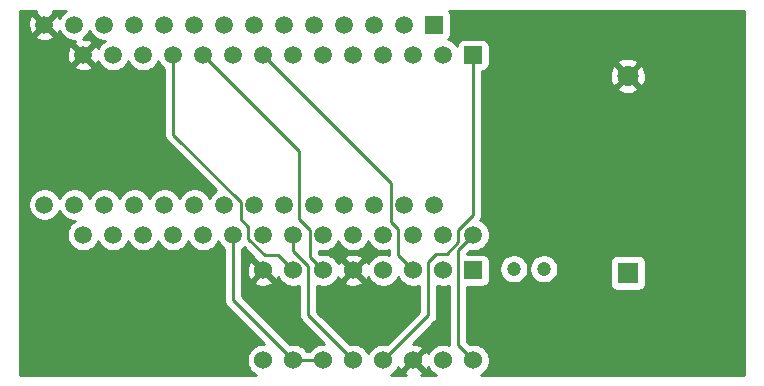
<source format=gbr>
G04 #@! TF.GenerationSoftware,KiCad,Pcbnew,(5.1.5-0-10_14)*
G04 #@! TF.CreationDate,2020-05-18T10:40:38+10:00*
G04 #@! TF.ProjectId,SmartWatch+,536d6172-7457-4617-9463-682b2e6b6963,rev?*
G04 #@! TF.SameCoordinates,Original*
G04 #@! TF.FileFunction,Copper,L2,Bot*
G04 #@! TF.FilePolarity,Positive*
%FSLAX46Y46*%
G04 Gerber Fmt 4.6, Leading zero omitted, Abs format (unit mm)*
G04 Created by KiCad (PCBNEW (5.1.5-0-10_14)) date 2020-05-18 10:40:38*
%MOMM*%
%LPD*%
G04 APERTURE LIST*
%ADD10C,1.200000*%
%ADD11R,1.500000X1.500000*%
%ADD12C,1.500000*%
%ADD13C,1.800000*%
%ADD14R,1.800000X1.800000*%
%ADD15R,1.524000X1.524000*%
%ADD16C,1.524000*%
%ADD17C,0.250000*%
%ADD18C,0.254000*%
G04 APERTURE END LIST*
D10*
X63119000Y-43053000D03*
X65659000Y-43053000D03*
D11*
X59677300Y-24942800D03*
D12*
X57137300Y-24942800D03*
X54597300Y-24942800D03*
X52057300Y-24942800D03*
X49517300Y-24942800D03*
X46977300Y-24942800D03*
X44437300Y-24942800D03*
X41897300Y-24942800D03*
X39357300Y-24942800D03*
X36817300Y-24942800D03*
X34277300Y-24942800D03*
X31737300Y-24942800D03*
X29197300Y-24942800D03*
X26657300Y-24942800D03*
X26657300Y-40182800D03*
X29197300Y-40182800D03*
X31737300Y-40182800D03*
X34277300Y-40182800D03*
X36817300Y-40182800D03*
X39357300Y-40182800D03*
X41897300Y-40182800D03*
X44437300Y-40182800D03*
X46977300Y-40182800D03*
X49517300Y-40182800D03*
X52057300Y-40182800D03*
X54597300Y-40182800D03*
X57137300Y-40182800D03*
X59677300Y-40182800D03*
D13*
X72771000Y-26722000D03*
D14*
X72771000Y-43382000D03*
D11*
X56400700Y-22377400D03*
D12*
X53860700Y-22377400D03*
X51320700Y-22377400D03*
X48780700Y-22377400D03*
X46240700Y-22377400D03*
X43700700Y-22377400D03*
X41160700Y-22377400D03*
X38620700Y-22377400D03*
X36080700Y-22377400D03*
X33540700Y-22377400D03*
X31000700Y-22377400D03*
X28460700Y-22377400D03*
X25920700Y-22377400D03*
X23380700Y-22377400D03*
X23380700Y-37617400D03*
X25920700Y-37617400D03*
X28460700Y-37617400D03*
X31000700Y-37617400D03*
X33540700Y-37617400D03*
X36080700Y-37617400D03*
X38620700Y-37617400D03*
X41160700Y-37617400D03*
X43700700Y-37617400D03*
X46240700Y-37617400D03*
X48780700Y-37617400D03*
X51320700Y-37617400D03*
X53860700Y-37617400D03*
X56400700Y-37617400D03*
D15*
X59690000Y-43180000D03*
D16*
X57150000Y-43180000D03*
X54610000Y-43180000D03*
X52070000Y-43180000D03*
X49530000Y-43180000D03*
X46990000Y-43180000D03*
X44450000Y-43180000D03*
X41910000Y-43180000D03*
X41910000Y-50800000D03*
X44450000Y-50800000D03*
X46990000Y-50800000D03*
X49530000Y-50800000D03*
X52070000Y-50800000D03*
X54610000Y-50800000D03*
X57150000Y-50800000D03*
X59690000Y-50800000D03*
D17*
X39357300Y-45707300D02*
X44450000Y-50800000D01*
X39357300Y-40182800D02*
X39357300Y-45707300D01*
X45912370Y-50800000D02*
X44450000Y-50800000D01*
X46990000Y-50800000D02*
X45912370Y-50800000D01*
X48768001Y-50038001D02*
X49530000Y-50800000D01*
X45720000Y-46990000D02*
X48768001Y-50038001D01*
X45720000Y-42841238D02*
X45720000Y-46990000D01*
X44437300Y-41558538D02*
X45720000Y-42841238D01*
X44437300Y-40182800D02*
X44437300Y-41558538D01*
X58420000Y-49530000D02*
X58928001Y-50038001D01*
X58928001Y-50038001D02*
X59690000Y-50800000D01*
X58420000Y-41440100D02*
X58420000Y-49530000D01*
X59677300Y-40182800D02*
X58420000Y-41440100D01*
X43688001Y-42418001D02*
X44450000Y-43180000D01*
X43180000Y-41910000D02*
X43688001Y-42418001D01*
X42033498Y-41910000D02*
X43180000Y-41910000D01*
X40640000Y-40516502D02*
X42033498Y-41910000D01*
X40640000Y-39484500D02*
X40640000Y-40516502D01*
X34277300Y-31682998D02*
X40005000Y-37410698D01*
X40005000Y-38849500D02*
X40640000Y-39484500D01*
X40005000Y-37410698D02*
X40005000Y-38849500D01*
X34277300Y-24942800D02*
X34277300Y-31682998D01*
X45902299Y-39804548D02*
X45902299Y-42092299D01*
X45902299Y-42092299D02*
X46228001Y-42418001D01*
X46228001Y-42418001D02*
X46990000Y-43180000D01*
X44958000Y-33083500D02*
X44958000Y-38860249D01*
X44958000Y-38860249D02*
X45902299Y-39804548D01*
X36817300Y-24942800D02*
X44958000Y-33083500D01*
X53340000Y-41910000D02*
X53848001Y-42418001D01*
X53848001Y-42418001D02*
X54610000Y-43180000D01*
X53340000Y-39685749D02*
X53340000Y-41910000D01*
X52705000Y-35750500D02*
X52705000Y-39050749D01*
X52705000Y-39050749D02*
X53340000Y-39685749D01*
X41897300Y-24942800D02*
X52705000Y-35750500D01*
X55880000Y-42475240D02*
X55880000Y-46990000D01*
X57440690Y-41783000D02*
X56572240Y-41783000D01*
X58420000Y-40803690D02*
X57440690Y-41783000D01*
X52831999Y-50038001D02*
X52070000Y-50800000D01*
X58420000Y-39751000D02*
X58420000Y-40803690D01*
X56572240Y-41783000D02*
X55880000Y-42475240D01*
X59677300Y-38493700D02*
X58420000Y-39751000D01*
X55880000Y-46990000D02*
X52831999Y-50038001D01*
X59677300Y-24942800D02*
X59677300Y-38493700D01*
D18*
G36*
X22661071Y-21209850D02*
G01*
X22603312Y-21420407D01*
X23380700Y-22197795D01*
X24158088Y-21420407D01*
X24100649Y-21211016D01*
X25172084Y-21211885D01*
X25037814Y-21301601D01*
X24844901Y-21494514D01*
X24693329Y-21721357D01*
X24652189Y-21820679D01*
X24636977Y-21778568D01*
X24576560Y-21665537D01*
X24337693Y-21600012D01*
X23560305Y-22377400D01*
X24337693Y-23154788D01*
X24576560Y-23089263D01*
X24650864Y-22930923D01*
X24693329Y-23033443D01*
X24844901Y-23260286D01*
X25037814Y-23453199D01*
X25264657Y-23604771D01*
X25516711Y-23709175D01*
X25784289Y-23762400D01*
X25941196Y-23762400D01*
X25879912Y-23985807D01*
X26657300Y-24763195D01*
X27434688Y-23985807D01*
X27369163Y-23746940D01*
X27122184Y-23631040D01*
X26857340Y-23565550D01*
X26649761Y-23555982D01*
X26803586Y-23453199D01*
X26996499Y-23260286D01*
X27148071Y-23033443D01*
X27190700Y-22930527D01*
X27233329Y-23033443D01*
X27384901Y-23260286D01*
X27577814Y-23453199D01*
X27804657Y-23604771D01*
X28056711Y-23709175D01*
X28324289Y-23762400D01*
X28470960Y-23762400D01*
X28314414Y-23867001D01*
X28121501Y-24059914D01*
X27969929Y-24286757D01*
X27928789Y-24386079D01*
X27913577Y-24343968D01*
X27853160Y-24230937D01*
X27614293Y-24165412D01*
X26836905Y-24942800D01*
X27614293Y-25720188D01*
X27853160Y-25654663D01*
X27927464Y-25496323D01*
X27969929Y-25598843D01*
X28121501Y-25825686D01*
X28314414Y-26018599D01*
X28541257Y-26170171D01*
X28793311Y-26274575D01*
X29060889Y-26327800D01*
X29333711Y-26327800D01*
X29601289Y-26274575D01*
X29853343Y-26170171D01*
X30080186Y-26018599D01*
X30273099Y-25825686D01*
X30424671Y-25598843D01*
X30467300Y-25495927D01*
X30509929Y-25598843D01*
X30661501Y-25825686D01*
X30854414Y-26018599D01*
X31081257Y-26170171D01*
X31333311Y-26274575D01*
X31600889Y-26327800D01*
X31873711Y-26327800D01*
X32141289Y-26274575D01*
X32393343Y-26170171D01*
X32620186Y-26018599D01*
X32813099Y-25825686D01*
X32964671Y-25598843D01*
X33007300Y-25495927D01*
X33049929Y-25598843D01*
X33201501Y-25825686D01*
X33394414Y-26018599D01*
X33517300Y-26100709D01*
X33517301Y-31645666D01*
X33513624Y-31682998D01*
X33528298Y-31831983D01*
X33571754Y-31975244D01*
X33642326Y-32107274D01*
X33713501Y-32194000D01*
X33737300Y-32222999D01*
X33766298Y-32246797D01*
X37931610Y-36412110D01*
X37737814Y-36541601D01*
X37544901Y-36734514D01*
X37393329Y-36961357D01*
X37350700Y-37064273D01*
X37308071Y-36961357D01*
X37156499Y-36734514D01*
X36963586Y-36541601D01*
X36736743Y-36390029D01*
X36484689Y-36285625D01*
X36217111Y-36232400D01*
X35944289Y-36232400D01*
X35676711Y-36285625D01*
X35424657Y-36390029D01*
X35197814Y-36541601D01*
X35004901Y-36734514D01*
X34853329Y-36961357D01*
X34810700Y-37064273D01*
X34768071Y-36961357D01*
X34616499Y-36734514D01*
X34423586Y-36541601D01*
X34196743Y-36390029D01*
X33944689Y-36285625D01*
X33677111Y-36232400D01*
X33404289Y-36232400D01*
X33136711Y-36285625D01*
X32884657Y-36390029D01*
X32657814Y-36541601D01*
X32464901Y-36734514D01*
X32313329Y-36961357D01*
X32270700Y-37064273D01*
X32228071Y-36961357D01*
X32076499Y-36734514D01*
X31883586Y-36541601D01*
X31656743Y-36390029D01*
X31404689Y-36285625D01*
X31137111Y-36232400D01*
X30864289Y-36232400D01*
X30596711Y-36285625D01*
X30344657Y-36390029D01*
X30117814Y-36541601D01*
X29924901Y-36734514D01*
X29773329Y-36961357D01*
X29730700Y-37064273D01*
X29688071Y-36961357D01*
X29536499Y-36734514D01*
X29343586Y-36541601D01*
X29116743Y-36390029D01*
X28864689Y-36285625D01*
X28597111Y-36232400D01*
X28324289Y-36232400D01*
X28056711Y-36285625D01*
X27804657Y-36390029D01*
X27577814Y-36541601D01*
X27384901Y-36734514D01*
X27233329Y-36961357D01*
X27190700Y-37064273D01*
X27148071Y-36961357D01*
X26996499Y-36734514D01*
X26803586Y-36541601D01*
X26576743Y-36390029D01*
X26324689Y-36285625D01*
X26057111Y-36232400D01*
X25784289Y-36232400D01*
X25516711Y-36285625D01*
X25264657Y-36390029D01*
X25037814Y-36541601D01*
X24844901Y-36734514D01*
X24693329Y-36961357D01*
X24650700Y-37064273D01*
X24608071Y-36961357D01*
X24456499Y-36734514D01*
X24263586Y-36541601D01*
X24036743Y-36390029D01*
X23784689Y-36285625D01*
X23517111Y-36232400D01*
X23244289Y-36232400D01*
X22976711Y-36285625D01*
X22724657Y-36390029D01*
X22497814Y-36541601D01*
X22304901Y-36734514D01*
X22153329Y-36961357D01*
X22048925Y-37213411D01*
X21995700Y-37480989D01*
X21995700Y-37753811D01*
X22048925Y-38021389D01*
X22153329Y-38273443D01*
X22304901Y-38500286D01*
X22497814Y-38693199D01*
X22724657Y-38844771D01*
X22976711Y-38949175D01*
X23244289Y-39002400D01*
X23517111Y-39002400D01*
X23784689Y-38949175D01*
X24036743Y-38844771D01*
X24263586Y-38693199D01*
X24456499Y-38500286D01*
X24608071Y-38273443D01*
X24650700Y-38170527D01*
X24693329Y-38273443D01*
X24844901Y-38500286D01*
X25037814Y-38693199D01*
X25264657Y-38844771D01*
X25516711Y-38949175D01*
X25784289Y-39002400D01*
X25930960Y-39002400D01*
X25774414Y-39107001D01*
X25581501Y-39299914D01*
X25429929Y-39526757D01*
X25325525Y-39778811D01*
X25272300Y-40046389D01*
X25272300Y-40319211D01*
X25325525Y-40586789D01*
X25429929Y-40838843D01*
X25581501Y-41065686D01*
X25774414Y-41258599D01*
X26001257Y-41410171D01*
X26253311Y-41514575D01*
X26520889Y-41567800D01*
X26793711Y-41567800D01*
X27061289Y-41514575D01*
X27313343Y-41410171D01*
X27540186Y-41258599D01*
X27733099Y-41065686D01*
X27884671Y-40838843D01*
X27927300Y-40735927D01*
X27969929Y-40838843D01*
X28121501Y-41065686D01*
X28314414Y-41258599D01*
X28541257Y-41410171D01*
X28793311Y-41514575D01*
X29060889Y-41567800D01*
X29333711Y-41567800D01*
X29601289Y-41514575D01*
X29853343Y-41410171D01*
X30080186Y-41258599D01*
X30273099Y-41065686D01*
X30424671Y-40838843D01*
X30467300Y-40735927D01*
X30509929Y-40838843D01*
X30661501Y-41065686D01*
X30854414Y-41258599D01*
X31081257Y-41410171D01*
X31333311Y-41514575D01*
X31600889Y-41567800D01*
X31873711Y-41567800D01*
X32141289Y-41514575D01*
X32393343Y-41410171D01*
X32620186Y-41258599D01*
X32813099Y-41065686D01*
X32964671Y-40838843D01*
X33007300Y-40735927D01*
X33049929Y-40838843D01*
X33201501Y-41065686D01*
X33394414Y-41258599D01*
X33621257Y-41410171D01*
X33873311Y-41514575D01*
X34140889Y-41567800D01*
X34413711Y-41567800D01*
X34681289Y-41514575D01*
X34933343Y-41410171D01*
X35160186Y-41258599D01*
X35353099Y-41065686D01*
X35504671Y-40838843D01*
X35547300Y-40735927D01*
X35589929Y-40838843D01*
X35741501Y-41065686D01*
X35934414Y-41258599D01*
X36161257Y-41410171D01*
X36413311Y-41514575D01*
X36680889Y-41567800D01*
X36953711Y-41567800D01*
X37221289Y-41514575D01*
X37473343Y-41410171D01*
X37700186Y-41258599D01*
X37893099Y-41065686D01*
X38044671Y-40838843D01*
X38087300Y-40735927D01*
X38129929Y-40838843D01*
X38281501Y-41065686D01*
X38474414Y-41258599D01*
X38597300Y-41340709D01*
X38597301Y-45669968D01*
X38593624Y-45707300D01*
X38608298Y-45856285D01*
X38651754Y-45999546D01*
X38722326Y-46131576D01*
X38793501Y-46218302D01*
X38817300Y-46247301D01*
X38846298Y-46271099D01*
X41978198Y-49403000D01*
X41772408Y-49403000D01*
X41502510Y-49456686D01*
X41248273Y-49561995D01*
X41019465Y-49714880D01*
X40824880Y-49909465D01*
X40671995Y-50138273D01*
X40566686Y-50392510D01*
X40513000Y-50662408D01*
X40513000Y-50937592D01*
X40566686Y-51207490D01*
X40671995Y-51461727D01*
X40824880Y-51690535D01*
X41019465Y-51885120D01*
X41248273Y-52038005D01*
X41286990Y-52054042D01*
X21284940Y-52070245D01*
X21305562Y-25899793D01*
X25879912Y-25899793D01*
X25945437Y-26138660D01*
X26192416Y-26254560D01*
X26457260Y-26320050D01*
X26729792Y-26332612D01*
X26999538Y-26291765D01*
X27256132Y-26199077D01*
X27369163Y-26138660D01*
X27434688Y-25899793D01*
X26657300Y-25122405D01*
X25879912Y-25899793D01*
X21305562Y-25899793D01*
X21306259Y-25015292D01*
X25267488Y-25015292D01*
X25308335Y-25285038D01*
X25401023Y-25541632D01*
X25461440Y-25654663D01*
X25700307Y-25720188D01*
X26477695Y-24942800D01*
X25700307Y-24165412D01*
X25461440Y-24230937D01*
X25345540Y-24477916D01*
X25280050Y-24742760D01*
X25267488Y-25015292D01*
X21306259Y-25015292D01*
X21307584Y-23334393D01*
X22603312Y-23334393D01*
X22668837Y-23573260D01*
X22915816Y-23689160D01*
X23180660Y-23754650D01*
X23453192Y-23767212D01*
X23722938Y-23726365D01*
X23979532Y-23633677D01*
X24092563Y-23573260D01*
X24158088Y-23334393D01*
X23380700Y-22557005D01*
X22603312Y-23334393D01*
X21307584Y-23334393D01*
X21308281Y-22449892D01*
X21990888Y-22449892D01*
X22031735Y-22719638D01*
X22124423Y-22976232D01*
X22184840Y-23089263D01*
X22423707Y-23154788D01*
X23201095Y-22377400D01*
X22423707Y-21600012D01*
X22184840Y-21665537D01*
X22068940Y-21912516D01*
X22003450Y-22177360D01*
X21990888Y-22449892D01*
X21308281Y-22449892D01*
X21309260Y-21208754D01*
X22661071Y-21209850D01*
G37*
X22661071Y-21209850D02*
X22603312Y-21420407D01*
X23380700Y-22197795D01*
X24158088Y-21420407D01*
X24100649Y-21211016D01*
X25172084Y-21211885D01*
X25037814Y-21301601D01*
X24844901Y-21494514D01*
X24693329Y-21721357D01*
X24652189Y-21820679D01*
X24636977Y-21778568D01*
X24576560Y-21665537D01*
X24337693Y-21600012D01*
X23560305Y-22377400D01*
X24337693Y-23154788D01*
X24576560Y-23089263D01*
X24650864Y-22930923D01*
X24693329Y-23033443D01*
X24844901Y-23260286D01*
X25037814Y-23453199D01*
X25264657Y-23604771D01*
X25516711Y-23709175D01*
X25784289Y-23762400D01*
X25941196Y-23762400D01*
X25879912Y-23985807D01*
X26657300Y-24763195D01*
X27434688Y-23985807D01*
X27369163Y-23746940D01*
X27122184Y-23631040D01*
X26857340Y-23565550D01*
X26649761Y-23555982D01*
X26803586Y-23453199D01*
X26996499Y-23260286D01*
X27148071Y-23033443D01*
X27190700Y-22930527D01*
X27233329Y-23033443D01*
X27384901Y-23260286D01*
X27577814Y-23453199D01*
X27804657Y-23604771D01*
X28056711Y-23709175D01*
X28324289Y-23762400D01*
X28470960Y-23762400D01*
X28314414Y-23867001D01*
X28121501Y-24059914D01*
X27969929Y-24286757D01*
X27928789Y-24386079D01*
X27913577Y-24343968D01*
X27853160Y-24230937D01*
X27614293Y-24165412D01*
X26836905Y-24942800D01*
X27614293Y-25720188D01*
X27853160Y-25654663D01*
X27927464Y-25496323D01*
X27969929Y-25598843D01*
X28121501Y-25825686D01*
X28314414Y-26018599D01*
X28541257Y-26170171D01*
X28793311Y-26274575D01*
X29060889Y-26327800D01*
X29333711Y-26327800D01*
X29601289Y-26274575D01*
X29853343Y-26170171D01*
X30080186Y-26018599D01*
X30273099Y-25825686D01*
X30424671Y-25598843D01*
X30467300Y-25495927D01*
X30509929Y-25598843D01*
X30661501Y-25825686D01*
X30854414Y-26018599D01*
X31081257Y-26170171D01*
X31333311Y-26274575D01*
X31600889Y-26327800D01*
X31873711Y-26327800D01*
X32141289Y-26274575D01*
X32393343Y-26170171D01*
X32620186Y-26018599D01*
X32813099Y-25825686D01*
X32964671Y-25598843D01*
X33007300Y-25495927D01*
X33049929Y-25598843D01*
X33201501Y-25825686D01*
X33394414Y-26018599D01*
X33517300Y-26100709D01*
X33517301Y-31645666D01*
X33513624Y-31682998D01*
X33528298Y-31831983D01*
X33571754Y-31975244D01*
X33642326Y-32107274D01*
X33713501Y-32194000D01*
X33737300Y-32222999D01*
X33766298Y-32246797D01*
X37931610Y-36412110D01*
X37737814Y-36541601D01*
X37544901Y-36734514D01*
X37393329Y-36961357D01*
X37350700Y-37064273D01*
X37308071Y-36961357D01*
X37156499Y-36734514D01*
X36963586Y-36541601D01*
X36736743Y-36390029D01*
X36484689Y-36285625D01*
X36217111Y-36232400D01*
X35944289Y-36232400D01*
X35676711Y-36285625D01*
X35424657Y-36390029D01*
X35197814Y-36541601D01*
X35004901Y-36734514D01*
X34853329Y-36961357D01*
X34810700Y-37064273D01*
X34768071Y-36961357D01*
X34616499Y-36734514D01*
X34423586Y-36541601D01*
X34196743Y-36390029D01*
X33944689Y-36285625D01*
X33677111Y-36232400D01*
X33404289Y-36232400D01*
X33136711Y-36285625D01*
X32884657Y-36390029D01*
X32657814Y-36541601D01*
X32464901Y-36734514D01*
X32313329Y-36961357D01*
X32270700Y-37064273D01*
X32228071Y-36961357D01*
X32076499Y-36734514D01*
X31883586Y-36541601D01*
X31656743Y-36390029D01*
X31404689Y-36285625D01*
X31137111Y-36232400D01*
X30864289Y-36232400D01*
X30596711Y-36285625D01*
X30344657Y-36390029D01*
X30117814Y-36541601D01*
X29924901Y-36734514D01*
X29773329Y-36961357D01*
X29730700Y-37064273D01*
X29688071Y-36961357D01*
X29536499Y-36734514D01*
X29343586Y-36541601D01*
X29116743Y-36390029D01*
X28864689Y-36285625D01*
X28597111Y-36232400D01*
X28324289Y-36232400D01*
X28056711Y-36285625D01*
X27804657Y-36390029D01*
X27577814Y-36541601D01*
X27384901Y-36734514D01*
X27233329Y-36961357D01*
X27190700Y-37064273D01*
X27148071Y-36961357D01*
X26996499Y-36734514D01*
X26803586Y-36541601D01*
X26576743Y-36390029D01*
X26324689Y-36285625D01*
X26057111Y-36232400D01*
X25784289Y-36232400D01*
X25516711Y-36285625D01*
X25264657Y-36390029D01*
X25037814Y-36541601D01*
X24844901Y-36734514D01*
X24693329Y-36961357D01*
X24650700Y-37064273D01*
X24608071Y-36961357D01*
X24456499Y-36734514D01*
X24263586Y-36541601D01*
X24036743Y-36390029D01*
X23784689Y-36285625D01*
X23517111Y-36232400D01*
X23244289Y-36232400D01*
X22976711Y-36285625D01*
X22724657Y-36390029D01*
X22497814Y-36541601D01*
X22304901Y-36734514D01*
X22153329Y-36961357D01*
X22048925Y-37213411D01*
X21995700Y-37480989D01*
X21995700Y-37753811D01*
X22048925Y-38021389D01*
X22153329Y-38273443D01*
X22304901Y-38500286D01*
X22497814Y-38693199D01*
X22724657Y-38844771D01*
X22976711Y-38949175D01*
X23244289Y-39002400D01*
X23517111Y-39002400D01*
X23784689Y-38949175D01*
X24036743Y-38844771D01*
X24263586Y-38693199D01*
X24456499Y-38500286D01*
X24608071Y-38273443D01*
X24650700Y-38170527D01*
X24693329Y-38273443D01*
X24844901Y-38500286D01*
X25037814Y-38693199D01*
X25264657Y-38844771D01*
X25516711Y-38949175D01*
X25784289Y-39002400D01*
X25930960Y-39002400D01*
X25774414Y-39107001D01*
X25581501Y-39299914D01*
X25429929Y-39526757D01*
X25325525Y-39778811D01*
X25272300Y-40046389D01*
X25272300Y-40319211D01*
X25325525Y-40586789D01*
X25429929Y-40838843D01*
X25581501Y-41065686D01*
X25774414Y-41258599D01*
X26001257Y-41410171D01*
X26253311Y-41514575D01*
X26520889Y-41567800D01*
X26793711Y-41567800D01*
X27061289Y-41514575D01*
X27313343Y-41410171D01*
X27540186Y-41258599D01*
X27733099Y-41065686D01*
X27884671Y-40838843D01*
X27927300Y-40735927D01*
X27969929Y-40838843D01*
X28121501Y-41065686D01*
X28314414Y-41258599D01*
X28541257Y-41410171D01*
X28793311Y-41514575D01*
X29060889Y-41567800D01*
X29333711Y-41567800D01*
X29601289Y-41514575D01*
X29853343Y-41410171D01*
X30080186Y-41258599D01*
X30273099Y-41065686D01*
X30424671Y-40838843D01*
X30467300Y-40735927D01*
X30509929Y-40838843D01*
X30661501Y-41065686D01*
X30854414Y-41258599D01*
X31081257Y-41410171D01*
X31333311Y-41514575D01*
X31600889Y-41567800D01*
X31873711Y-41567800D01*
X32141289Y-41514575D01*
X32393343Y-41410171D01*
X32620186Y-41258599D01*
X32813099Y-41065686D01*
X32964671Y-40838843D01*
X33007300Y-40735927D01*
X33049929Y-40838843D01*
X33201501Y-41065686D01*
X33394414Y-41258599D01*
X33621257Y-41410171D01*
X33873311Y-41514575D01*
X34140889Y-41567800D01*
X34413711Y-41567800D01*
X34681289Y-41514575D01*
X34933343Y-41410171D01*
X35160186Y-41258599D01*
X35353099Y-41065686D01*
X35504671Y-40838843D01*
X35547300Y-40735927D01*
X35589929Y-40838843D01*
X35741501Y-41065686D01*
X35934414Y-41258599D01*
X36161257Y-41410171D01*
X36413311Y-41514575D01*
X36680889Y-41567800D01*
X36953711Y-41567800D01*
X37221289Y-41514575D01*
X37473343Y-41410171D01*
X37700186Y-41258599D01*
X37893099Y-41065686D01*
X38044671Y-40838843D01*
X38087300Y-40735927D01*
X38129929Y-40838843D01*
X38281501Y-41065686D01*
X38474414Y-41258599D01*
X38597300Y-41340709D01*
X38597301Y-45669968D01*
X38593624Y-45707300D01*
X38608298Y-45856285D01*
X38651754Y-45999546D01*
X38722326Y-46131576D01*
X38793501Y-46218302D01*
X38817300Y-46247301D01*
X38846298Y-46271099D01*
X41978198Y-49403000D01*
X41772408Y-49403000D01*
X41502510Y-49456686D01*
X41248273Y-49561995D01*
X41019465Y-49714880D01*
X40824880Y-49909465D01*
X40671995Y-50138273D01*
X40566686Y-50392510D01*
X40513000Y-50662408D01*
X40513000Y-50937592D01*
X40566686Y-51207490D01*
X40671995Y-51461727D01*
X40824880Y-51690535D01*
X41019465Y-51885120D01*
X41248273Y-52038005D01*
X41286990Y-52054042D01*
X21284940Y-52070245D01*
X21305562Y-25899793D01*
X25879912Y-25899793D01*
X25945437Y-26138660D01*
X26192416Y-26254560D01*
X26457260Y-26320050D01*
X26729792Y-26332612D01*
X26999538Y-26291765D01*
X27256132Y-26199077D01*
X27369163Y-26138660D01*
X27434688Y-25899793D01*
X26657300Y-25122405D01*
X25879912Y-25899793D01*
X21305562Y-25899793D01*
X21306259Y-25015292D01*
X25267488Y-25015292D01*
X25308335Y-25285038D01*
X25401023Y-25541632D01*
X25461440Y-25654663D01*
X25700307Y-25720188D01*
X26477695Y-24942800D01*
X25700307Y-24165412D01*
X25461440Y-24230937D01*
X25345540Y-24477916D01*
X25280050Y-24742760D01*
X25267488Y-25015292D01*
X21306259Y-25015292D01*
X21307584Y-23334393D01*
X22603312Y-23334393D01*
X22668837Y-23573260D01*
X22915816Y-23689160D01*
X23180660Y-23754650D01*
X23453192Y-23767212D01*
X23722938Y-23726365D01*
X23979532Y-23633677D01*
X24092563Y-23573260D01*
X24158088Y-23334393D01*
X23380700Y-22557005D01*
X22603312Y-23334393D01*
X21307584Y-23334393D01*
X21308281Y-22449892D01*
X21990888Y-22449892D01*
X22031735Y-22719638D01*
X22124423Y-22976232D01*
X22184840Y-23089263D01*
X22423707Y-23154788D01*
X23201095Y-22377400D01*
X22423707Y-21600012D01*
X22184840Y-21665537D01*
X22068940Y-21912516D01*
X22003450Y-22177360D01*
X21990888Y-22449892D01*
X21308281Y-22449892D01*
X21309260Y-21208754D01*
X22661071Y-21209850D01*
G36*
X57660001Y-49492668D02*
G01*
X57659388Y-49498894D01*
X57557490Y-49456686D01*
X57287592Y-49403000D01*
X57012408Y-49403000D01*
X56742510Y-49456686D01*
X56488273Y-49561995D01*
X56259465Y-49714880D01*
X56064880Y-49909465D01*
X55911995Y-50138273D01*
X55882308Y-50209943D01*
X55877636Y-50196977D01*
X55815656Y-50081020D01*
X55575565Y-50014040D01*
X54789605Y-50800000D01*
X55575565Y-51585960D01*
X55815656Y-51518980D01*
X55879485Y-51383240D01*
X55911995Y-51461727D01*
X56064880Y-51690535D01*
X56259465Y-51885120D01*
X56488273Y-52038005D01*
X56497245Y-52041721D01*
X55259631Y-52042724D01*
X55328980Y-52005656D01*
X55395960Y-51765565D01*
X54610000Y-50979605D01*
X53824040Y-51765565D01*
X53891020Y-52005656D01*
X53972067Y-52043767D01*
X52715359Y-52044785D01*
X52731727Y-52038005D01*
X52960535Y-51885120D01*
X53155120Y-51690535D01*
X53308005Y-51461727D01*
X53337692Y-51390057D01*
X53342364Y-51403023D01*
X53404344Y-51518980D01*
X53644435Y-51585960D01*
X54430395Y-50800000D01*
X54416253Y-50785858D01*
X54595858Y-50606253D01*
X54610000Y-50620395D01*
X55395960Y-49834435D01*
X55328980Y-49594344D01*
X55079952Y-49477244D01*
X54812865Y-49410977D01*
X54546321Y-49398481D01*
X56391003Y-47553799D01*
X56420001Y-47530001D01*
X56514974Y-47414276D01*
X56585546Y-47282247D01*
X56629003Y-47138986D01*
X56640000Y-47027333D01*
X56640000Y-47027324D01*
X56643676Y-46990001D01*
X56640000Y-46952678D01*
X56640000Y-44480853D01*
X56742510Y-44523314D01*
X57012408Y-44577000D01*
X57287592Y-44577000D01*
X57557490Y-44523314D01*
X57660000Y-44480853D01*
X57660001Y-49492668D01*
G37*
X57660001Y-49492668D02*
X57659388Y-49498894D01*
X57557490Y-49456686D01*
X57287592Y-49403000D01*
X57012408Y-49403000D01*
X56742510Y-49456686D01*
X56488273Y-49561995D01*
X56259465Y-49714880D01*
X56064880Y-49909465D01*
X55911995Y-50138273D01*
X55882308Y-50209943D01*
X55877636Y-50196977D01*
X55815656Y-50081020D01*
X55575565Y-50014040D01*
X54789605Y-50800000D01*
X55575565Y-51585960D01*
X55815656Y-51518980D01*
X55879485Y-51383240D01*
X55911995Y-51461727D01*
X56064880Y-51690535D01*
X56259465Y-51885120D01*
X56488273Y-52038005D01*
X56497245Y-52041721D01*
X55259631Y-52042724D01*
X55328980Y-52005656D01*
X55395960Y-51765565D01*
X54610000Y-50979605D01*
X53824040Y-51765565D01*
X53891020Y-52005656D01*
X53972067Y-52043767D01*
X52715359Y-52044785D01*
X52731727Y-52038005D01*
X52960535Y-51885120D01*
X53155120Y-51690535D01*
X53308005Y-51461727D01*
X53337692Y-51390057D01*
X53342364Y-51403023D01*
X53404344Y-51518980D01*
X53644435Y-51585960D01*
X54430395Y-50800000D01*
X54416253Y-50785858D01*
X54595858Y-50606253D01*
X54610000Y-50620395D01*
X55395960Y-49834435D01*
X55328980Y-49594344D01*
X55079952Y-49477244D01*
X54812865Y-49410977D01*
X54546321Y-49398481D01*
X56391003Y-47553799D01*
X56420001Y-47530001D01*
X56514974Y-47414276D01*
X56585546Y-47282247D01*
X56629003Y-47138986D01*
X56640000Y-47027333D01*
X56640000Y-47027324D01*
X56643676Y-46990001D01*
X56640000Y-46952678D01*
X56640000Y-44480853D01*
X56742510Y-44523314D01*
X57012408Y-44577000D01*
X57287592Y-44577000D01*
X57557490Y-44523314D01*
X57660000Y-44480853D01*
X57660001Y-49492668D01*
G36*
X82627001Y-21258445D02*
G01*
X82627000Y-52020555D01*
X60350291Y-52038600D01*
X60351727Y-52038005D01*
X60580535Y-51885120D01*
X60775120Y-51690535D01*
X60928005Y-51461727D01*
X61033314Y-51207490D01*
X61087000Y-50937592D01*
X61087000Y-50662408D01*
X61033314Y-50392510D01*
X60928005Y-50138273D01*
X60775120Y-49909465D01*
X60580535Y-49714880D01*
X60351727Y-49561995D01*
X60097490Y-49456686D01*
X59827592Y-49403000D01*
X59552408Y-49403000D01*
X59398429Y-49433628D01*
X59180000Y-49215199D01*
X59180000Y-44580072D01*
X60452000Y-44580072D01*
X60576482Y-44567812D01*
X60696180Y-44531502D01*
X60806494Y-44472537D01*
X60903185Y-44393185D01*
X60982537Y-44296494D01*
X61041502Y-44186180D01*
X61077812Y-44066482D01*
X61090072Y-43942000D01*
X61090072Y-42931363D01*
X61884000Y-42931363D01*
X61884000Y-43174637D01*
X61931460Y-43413236D01*
X62024557Y-43637992D01*
X62159713Y-43840267D01*
X62331733Y-44012287D01*
X62534008Y-44147443D01*
X62758764Y-44240540D01*
X62997363Y-44288000D01*
X63240637Y-44288000D01*
X63479236Y-44240540D01*
X63703992Y-44147443D01*
X63906267Y-44012287D01*
X64078287Y-43840267D01*
X64213443Y-43637992D01*
X64306540Y-43413236D01*
X64354000Y-43174637D01*
X64354000Y-42931363D01*
X64424000Y-42931363D01*
X64424000Y-43174637D01*
X64471460Y-43413236D01*
X64564557Y-43637992D01*
X64699713Y-43840267D01*
X64871733Y-44012287D01*
X65074008Y-44147443D01*
X65298764Y-44240540D01*
X65537363Y-44288000D01*
X65780637Y-44288000D01*
X66019236Y-44240540D01*
X66243992Y-44147443D01*
X66446267Y-44012287D01*
X66618287Y-43840267D01*
X66753443Y-43637992D01*
X66846540Y-43413236D01*
X66894000Y-43174637D01*
X66894000Y-42931363D01*
X66846540Y-42692764D01*
X66759239Y-42482000D01*
X71232928Y-42482000D01*
X71232928Y-44282000D01*
X71245188Y-44406482D01*
X71281498Y-44526180D01*
X71340463Y-44636494D01*
X71419815Y-44733185D01*
X71516506Y-44812537D01*
X71626820Y-44871502D01*
X71746518Y-44907812D01*
X71871000Y-44920072D01*
X73671000Y-44920072D01*
X73795482Y-44907812D01*
X73915180Y-44871502D01*
X74025494Y-44812537D01*
X74122185Y-44733185D01*
X74201537Y-44636494D01*
X74260502Y-44526180D01*
X74296812Y-44406482D01*
X74309072Y-44282000D01*
X74309072Y-42482000D01*
X74296812Y-42357518D01*
X74260502Y-42237820D01*
X74201537Y-42127506D01*
X74122185Y-42030815D01*
X74025494Y-41951463D01*
X73915180Y-41892498D01*
X73795482Y-41856188D01*
X73671000Y-41843928D01*
X71871000Y-41843928D01*
X71746518Y-41856188D01*
X71626820Y-41892498D01*
X71516506Y-41951463D01*
X71419815Y-42030815D01*
X71340463Y-42127506D01*
X71281498Y-42237820D01*
X71245188Y-42357518D01*
X71232928Y-42482000D01*
X66759239Y-42482000D01*
X66753443Y-42468008D01*
X66618287Y-42265733D01*
X66446267Y-42093713D01*
X66243992Y-41958557D01*
X66019236Y-41865460D01*
X65780637Y-41818000D01*
X65537363Y-41818000D01*
X65298764Y-41865460D01*
X65074008Y-41958557D01*
X64871733Y-42093713D01*
X64699713Y-42265733D01*
X64564557Y-42468008D01*
X64471460Y-42692764D01*
X64424000Y-42931363D01*
X64354000Y-42931363D01*
X64306540Y-42692764D01*
X64213443Y-42468008D01*
X64078287Y-42265733D01*
X63906267Y-42093713D01*
X63703992Y-41958557D01*
X63479236Y-41865460D01*
X63240637Y-41818000D01*
X62997363Y-41818000D01*
X62758764Y-41865460D01*
X62534008Y-41958557D01*
X62331733Y-42093713D01*
X62159713Y-42265733D01*
X62024557Y-42468008D01*
X61931460Y-42692764D01*
X61884000Y-42931363D01*
X61090072Y-42931363D01*
X61090072Y-42418000D01*
X61077812Y-42293518D01*
X61041502Y-42173820D01*
X60982537Y-42063506D01*
X60903185Y-41966815D01*
X60806494Y-41887463D01*
X60696180Y-41828498D01*
X60576482Y-41792188D01*
X60452000Y-41779928D01*
X59180000Y-41779928D01*
X59180000Y-41754901D01*
X59395935Y-41538967D01*
X59540889Y-41567800D01*
X59813711Y-41567800D01*
X60081289Y-41514575D01*
X60333343Y-41410171D01*
X60560186Y-41258599D01*
X60753099Y-41065686D01*
X60904671Y-40838843D01*
X61009075Y-40586789D01*
X61062300Y-40319211D01*
X61062300Y-40046389D01*
X61009075Y-39778811D01*
X60904671Y-39526757D01*
X60753099Y-39299914D01*
X60560186Y-39107001D01*
X60333343Y-38955429D01*
X60294680Y-38939414D01*
X60312274Y-38917976D01*
X60382846Y-38785947D01*
X60426303Y-38642686D01*
X60437300Y-38531033D01*
X60437300Y-38531025D01*
X60440976Y-38493700D01*
X60437300Y-38456375D01*
X60437300Y-27786080D01*
X71886525Y-27786080D01*
X71970208Y-28040261D01*
X72242775Y-28171158D01*
X72535642Y-28246365D01*
X72837553Y-28262991D01*
X73136907Y-28220397D01*
X73422199Y-28120222D01*
X73571792Y-28040261D01*
X73655475Y-27786080D01*
X72771000Y-26901605D01*
X71886525Y-27786080D01*
X60437300Y-27786080D01*
X60437300Y-26788553D01*
X71230009Y-26788553D01*
X71272603Y-27087907D01*
X71372778Y-27373199D01*
X71452739Y-27522792D01*
X71706920Y-27606475D01*
X72591395Y-26722000D01*
X72950605Y-26722000D01*
X73835080Y-27606475D01*
X74089261Y-27522792D01*
X74220158Y-27250225D01*
X74295365Y-26957358D01*
X74311991Y-26655447D01*
X74269397Y-26356093D01*
X74169222Y-26070801D01*
X74089261Y-25921208D01*
X73835080Y-25837525D01*
X72950605Y-26722000D01*
X72591395Y-26722000D01*
X71706920Y-25837525D01*
X71452739Y-25921208D01*
X71321842Y-26193775D01*
X71246635Y-26486642D01*
X71230009Y-26788553D01*
X60437300Y-26788553D01*
X60437300Y-26329887D01*
X60551782Y-26318612D01*
X60671480Y-26282302D01*
X60781794Y-26223337D01*
X60878485Y-26143985D01*
X60957837Y-26047294D01*
X61016802Y-25936980D01*
X61053112Y-25817282D01*
X61065372Y-25692800D01*
X61065372Y-25657920D01*
X71886525Y-25657920D01*
X72771000Y-26542395D01*
X73655475Y-25657920D01*
X73571792Y-25403739D01*
X73299225Y-25272842D01*
X73006358Y-25197635D01*
X72704447Y-25181009D01*
X72405093Y-25223603D01*
X72119801Y-25323778D01*
X71970208Y-25403739D01*
X71886525Y-25657920D01*
X61065372Y-25657920D01*
X61065372Y-24192800D01*
X61053112Y-24068318D01*
X61016802Y-23948620D01*
X60957837Y-23838306D01*
X60878485Y-23741615D01*
X60781794Y-23662263D01*
X60671480Y-23603298D01*
X60551782Y-23566988D01*
X60427300Y-23554728D01*
X58927300Y-23554728D01*
X58802818Y-23566988D01*
X58683120Y-23603298D01*
X58572806Y-23662263D01*
X58476115Y-23741615D01*
X58396763Y-23838306D01*
X58337798Y-23948620D01*
X58301488Y-24068318D01*
X58290855Y-24176283D01*
X58213099Y-24059914D01*
X58020186Y-23867001D01*
X57793343Y-23715429D01*
X57555290Y-23616824D01*
X57601885Y-23578585D01*
X57681237Y-23481894D01*
X57740202Y-23371580D01*
X57776512Y-23251882D01*
X57788772Y-23127400D01*
X57788772Y-21627400D01*
X57776512Y-21502918D01*
X57740202Y-21383220D01*
X57681237Y-21272906D01*
X57652760Y-21238206D01*
X82627001Y-21258445D01*
G37*
X82627001Y-21258445D02*
X82627000Y-52020555D01*
X60350291Y-52038600D01*
X60351727Y-52038005D01*
X60580535Y-51885120D01*
X60775120Y-51690535D01*
X60928005Y-51461727D01*
X61033314Y-51207490D01*
X61087000Y-50937592D01*
X61087000Y-50662408D01*
X61033314Y-50392510D01*
X60928005Y-50138273D01*
X60775120Y-49909465D01*
X60580535Y-49714880D01*
X60351727Y-49561995D01*
X60097490Y-49456686D01*
X59827592Y-49403000D01*
X59552408Y-49403000D01*
X59398429Y-49433628D01*
X59180000Y-49215199D01*
X59180000Y-44580072D01*
X60452000Y-44580072D01*
X60576482Y-44567812D01*
X60696180Y-44531502D01*
X60806494Y-44472537D01*
X60903185Y-44393185D01*
X60982537Y-44296494D01*
X61041502Y-44186180D01*
X61077812Y-44066482D01*
X61090072Y-43942000D01*
X61090072Y-42931363D01*
X61884000Y-42931363D01*
X61884000Y-43174637D01*
X61931460Y-43413236D01*
X62024557Y-43637992D01*
X62159713Y-43840267D01*
X62331733Y-44012287D01*
X62534008Y-44147443D01*
X62758764Y-44240540D01*
X62997363Y-44288000D01*
X63240637Y-44288000D01*
X63479236Y-44240540D01*
X63703992Y-44147443D01*
X63906267Y-44012287D01*
X64078287Y-43840267D01*
X64213443Y-43637992D01*
X64306540Y-43413236D01*
X64354000Y-43174637D01*
X64354000Y-42931363D01*
X64424000Y-42931363D01*
X64424000Y-43174637D01*
X64471460Y-43413236D01*
X64564557Y-43637992D01*
X64699713Y-43840267D01*
X64871733Y-44012287D01*
X65074008Y-44147443D01*
X65298764Y-44240540D01*
X65537363Y-44288000D01*
X65780637Y-44288000D01*
X66019236Y-44240540D01*
X66243992Y-44147443D01*
X66446267Y-44012287D01*
X66618287Y-43840267D01*
X66753443Y-43637992D01*
X66846540Y-43413236D01*
X66894000Y-43174637D01*
X66894000Y-42931363D01*
X66846540Y-42692764D01*
X66759239Y-42482000D01*
X71232928Y-42482000D01*
X71232928Y-44282000D01*
X71245188Y-44406482D01*
X71281498Y-44526180D01*
X71340463Y-44636494D01*
X71419815Y-44733185D01*
X71516506Y-44812537D01*
X71626820Y-44871502D01*
X71746518Y-44907812D01*
X71871000Y-44920072D01*
X73671000Y-44920072D01*
X73795482Y-44907812D01*
X73915180Y-44871502D01*
X74025494Y-44812537D01*
X74122185Y-44733185D01*
X74201537Y-44636494D01*
X74260502Y-44526180D01*
X74296812Y-44406482D01*
X74309072Y-44282000D01*
X74309072Y-42482000D01*
X74296812Y-42357518D01*
X74260502Y-42237820D01*
X74201537Y-42127506D01*
X74122185Y-42030815D01*
X74025494Y-41951463D01*
X73915180Y-41892498D01*
X73795482Y-41856188D01*
X73671000Y-41843928D01*
X71871000Y-41843928D01*
X71746518Y-41856188D01*
X71626820Y-41892498D01*
X71516506Y-41951463D01*
X71419815Y-42030815D01*
X71340463Y-42127506D01*
X71281498Y-42237820D01*
X71245188Y-42357518D01*
X71232928Y-42482000D01*
X66759239Y-42482000D01*
X66753443Y-42468008D01*
X66618287Y-42265733D01*
X66446267Y-42093713D01*
X66243992Y-41958557D01*
X66019236Y-41865460D01*
X65780637Y-41818000D01*
X65537363Y-41818000D01*
X65298764Y-41865460D01*
X65074008Y-41958557D01*
X64871733Y-42093713D01*
X64699713Y-42265733D01*
X64564557Y-42468008D01*
X64471460Y-42692764D01*
X64424000Y-42931363D01*
X64354000Y-42931363D01*
X64306540Y-42692764D01*
X64213443Y-42468008D01*
X64078287Y-42265733D01*
X63906267Y-42093713D01*
X63703992Y-41958557D01*
X63479236Y-41865460D01*
X63240637Y-41818000D01*
X62997363Y-41818000D01*
X62758764Y-41865460D01*
X62534008Y-41958557D01*
X62331733Y-42093713D01*
X62159713Y-42265733D01*
X62024557Y-42468008D01*
X61931460Y-42692764D01*
X61884000Y-42931363D01*
X61090072Y-42931363D01*
X61090072Y-42418000D01*
X61077812Y-42293518D01*
X61041502Y-42173820D01*
X60982537Y-42063506D01*
X60903185Y-41966815D01*
X60806494Y-41887463D01*
X60696180Y-41828498D01*
X60576482Y-41792188D01*
X60452000Y-41779928D01*
X59180000Y-41779928D01*
X59180000Y-41754901D01*
X59395935Y-41538967D01*
X59540889Y-41567800D01*
X59813711Y-41567800D01*
X60081289Y-41514575D01*
X60333343Y-41410171D01*
X60560186Y-41258599D01*
X60753099Y-41065686D01*
X60904671Y-40838843D01*
X61009075Y-40586789D01*
X61062300Y-40319211D01*
X61062300Y-40046389D01*
X61009075Y-39778811D01*
X60904671Y-39526757D01*
X60753099Y-39299914D01*
X60560186Y-39107001D01*
X60333343Y-38955429D01*
X60294680Y-38939414D01*
X60312274Y-38917976D01*
X60382846Y-38785947D01*
X60426303Y-38642686D01*
X60437300Y-38531033D01*
X60437300Y-38531025D01*
X60440976Y-38493700D01*
X60437300Y-38456375D01*
X60437300Y-27786080D01*
X71886525Y-27786080D01*
X71970208Y-28040261D01*
X72242775Y-28171158D01*
X72535642Y-28246365D01*
X72837553Y-28262991D01*
X73136907Y-28220397D01*
X73422199Y-28120222D01*
X73571792Y-28040261D01*
X73655475Y-27786080D01*
X72771000Y-26901605D01*
X71886525Y-27786080D01*
X60437300Y-27786080D01*
X60437300Y-26788553D01*
X71230009Y-26788553D01*
X71272603Y-27087907D01*
X71372778Y-27373199D01*
X71452739Y-27522792D01*
X71706920Y-27606475D01*
X72591395Y-26722000D01*
X72950605Y-26722000D01*
X73835080Y-27606475D01*
X74089261Y-27522792D01*
X74220158Y-27250225D01*
X74295365Y-26957358D01*
X74311991Y-26655447D01*
X74269397Y-26356093D01*
X74169222Y-26070801D01*
X74089261Y-25921208D01*
X73835080Y-25837525D01*
X72950605Y-26722000D01*
X72591395Y-26722000D01*
X71706920Y-25837525D01*
X71452739Y-25921208D01*
X71321842Y-26193775D01*
X71246635Y-26486642D01*
X71230009Y-26788553D01*
X60437300Y-26788553D01*
X60437300Y-26329887D01*
X60551782Y-26318612D01*
X60671480Y-26282302D01*
X60781794Y-26223337D01*
X60878485Y-26143985D01*
X60957837Y-26047294D01*
X61016802Y-25936980D01*
X61053112Y-25817282D01*
X61065372Y-25692800D01*
X61065372Y-25657920D01*
X71886525Y-25657920D01*
X72771000Y-26542395D01*
X73655475Y-25657920D01*
X73571792Y-25403739D01*
X73299225Y-25272842D01*
X73006358Y-25197635D01*
X72704447Y-25181009D01*
X72405093Y-25223603D01*
X72119801Y-25323778D01*
X71970208Y-25403739D01*
X71886525Y-25657920D01*
X61065372Y-25657920D01*
X61065372Y-24192800D01*
X61053112Y-24068318D01*
X61016802Y-23948620D01*
X60957837Y-23838306D01*
X60878485Y-23741615D01*
X60781794Y-23662263D01*
X60671480Y-23603298D01*
X60551782Y-23566988D01*
X60427300Y-23554728D01*
X58927300Y-23554728D01*
X58802818Y-23566988D01*
X58683120Y-23603298D01*
X58572806Y-23662263D01*
X58476115Y-23741615D01*
X58396763Y-23838306D01*
X58337798Y-23948620D01*
X58301488Y-24068318D01*
X58290855Y-24176283D01*
X58213099Y-24059914D01*
X58020186Y-23867001D01*
X57793343Y-23715429D01*
X57555290Y-23616824D01*
X57601885Y-23578585D01*
X57681237Y-23481894D01*
X57740202Y-23371580D01*
X57776512Y-23251882D01*
X57788772Y-23127400D01*
X57788772Y-21627400D01*
X57776512Y-21502918D01*
X57740202Y-21383220D01*
X57681237Y-21272906D01*
X57652760Y-21238206D01*
X82627001Y-21258445D01*
G36*
X50829929Y-40838843D02*
G01*
X50981501Y-41065686D01*
X51174414Y-41258599D01*
X51401257Y-41410171D01*
X51653311Y-41514575D01*
X51920889Y-41567800D01*
X52193711Y-41567800D01*
X52461289Y-41514575D01*
X52580001Y-41465403D01*
X52580001Y-41872668D01*
X52579388Y-41878894D01*
X52477490Y-41836686D01*
X52207592Y-41783000D01*
X51932408Y-41783000D01*
X51662510Y-41836686D01*
X51408273Y-41941995D01*
X51179465Y-42094880D01*
X50984880Y-42289465D01*
X50831995Y-42518273D01*
X50802308Y-42589943D01*
X50797636Y-42576977D01*
X50735656Y-42461020D01*
X50495565Y-42394040D01*
X49709605Y-43180000D01*
X50495565Y-43965960D01*
X50735656Y-43898980D01*
X50799485Y-43763240D01*
X50831995Y-43841727D01*
X50984880Y-44070535D01*
X51179465Y-44265120D01*
X51408273Y-44418005D01*
X51662510Y-44523314D01*
X51932408Y-44577000D01*
X52207592Y-44577000D01*
X52477490Y-44523314D01*
X52731727Y-44418005D01*
X52960535Y-44265120D01*
X53155120Y-44070535D01*
X53308005Y-43841727D01*
X53340000Y-43764485D01*
X53371995Y-43841727D01*
X53524880Y-44070535D01*
X53719465Y-44265120D01*
X53948273Y-44418005D01*
X54202510Y-44523314D01*
X54472408Y-44577000D01*
X54747592Y-44577000D01*
X55017490Y-44523314D01*
X55120000Y-44480853D01*
X55120001Y-46675197D01*
X52361571Y-49433628D01*
X52207592Y-49403000D01*
X51932408Y-49403000D01*
X51662510Y-49456686D01*
X51408273Y-49561995D01*
X51179465Y-49714880D01*
X50984880Y-49909465D01*
X50831995Y-50138273D01*
X50800000Y-50215515D01*
X50768005Y-50138273D01*
X50615120Y-49909465D01*
X50420535Y-49714880D01*
X50191727Y-49561995D01*
X49937490Y-49456686D01*
X49667592Y-49403000D01*
X49392408Y-49403000D01*
X49238430Y-49433628D01*
X46480000Y-46675199D01*
X46480000Y-44480853D01*
X46582510Y-44523314D01*
X46852408Y-44577000D01*
X47127592Y-44577000D01*
X47397490Y-44523314D01*
X47651727Y-44418005D01*
X47880535Y-44265120D01*
X48000090Y-44145565D01*
X48744040Y-44145565D01*
X48811020Y-44385656D01*
X49060048Y-44502756D01*
X49327135Y-44569023D01*
X49602017Y-44581910D01*
X49874133Y-44540922D01*
X50133023Y-44447636D01*
X50248980Y-44385656D01*
X50315960Y-44145565D01*
X49530000Y-43359605D01*
X48744040Y-44145565D01*
X48000090Y-44145565D01*
X48075120Y-44070535D01*
X48228005Y-43841727D01*
X48257692Y-43770057D01*
X48262364Y-43783023D01*
X48324344Y-43898980D01*
X48564435Y-43965960D01*
X49350395Y-43180000D01*
X48564435Y-42394040D01*
X48324344Y-42461020D01*
X48260515Y-42596760D01*
X48228005Y-42518273D01*
X48075120Y-42289465D01*
X48000090Y-42214435D01*
X48744040Y-42214435D01*
X49530000Y-43000395D01*
X50315960Y-42214435D01*
X50248980Y-41974344D01*
X49999952Y-41857244D01*
X49732865Y-41790977D01*
X49457983Y-41778090D01*
X49185867Y-41819078D01*
X48926977Y-41912364D01*
X48811020Y-41974344D01*
X48744040Y-42214435D01*
X48000090Y-42214435D01*
X47880535Y-42094880D01*
X47651727Y-41941995D01*
X47397490Y-41836686D01*
X47127592Y-41783000D01*
X46852408Y-41783000D01*
X46698429Y-41813628D01*
X46662299Y-41777498D01*
X46662299Y-41532276D01*
X46840889Y-41567800D01*
X47113711Y-41567800D01*
X47381289Y-41514575D01*
X47633343Y-41410171D01*
X47860186Y-41258599D01*
X48053099Y-41065686D01*
X48204671Y-40838843D01*
X48247300Y-40735927D01*
X48289929Y-40838843D01*
X48441501Y-41065686D01*
X48634414Y-41258599D01*
X48861257Y-41410171D01*
X49113311Y-41514575D01*
X49380889Y-41567800D01*
X49653711Y-41567800D01*
X49921289Y-41514575D01*
X50173343Y-41410171D01*
X50400186Y-41258599D01*
X50593099Y-41065686D01*
X50744671Y-40838843D01*
X50787300Y-40735927D01*
X50829929Y-40838843D01*
G37*
X50829929Y-40838843D02*
X50981501Y-41065686D01*
X51174414Y-41258599D01*
X51401257Y-41410171D01*
X51653311Y-41514575D01*
X51920889Y-41567800D01*
X52193711Y-41567800D01*
X52461289Y-41514575D01*
X52580001Y-41465403D01*
X52580001Y-41872668D01*
X52579388Y-41878894D01*
X52477490Y-41836686D01*
X52207592Y-41783000D01*
X51932408Y-41783000D01*
X51662510Y-41836686D01*
X51408273Y-41941995D01*
X51179465Y-42094880D01*
X50984880Y-42289465D01*
X50831995Y-42518273D01*
X50802308Y-42589943D01*
X50797636Y-42576977D01*
X50735656Y-42461020D01*
X50495565Y-42394040D01*
X49709605Y-43180000D01*
X50495565Y-43965960D01*
X50735656Y-43898980D01*
X50799485Y-43763240D01*
X50831995Y-43841727D01*
X50984880Y-44070535D01*
X51179465Y-44265120D01*
X51408273Y-44418005D01*
X51662510Y-44523314D01*
X51932408Y-44577000D01*
X52207592Y-44577000D01*
X52477490Y-44523314D01*
X52731727Y-44418005D01*
X52960535Y-44265120D01*
X53155120Y-44070535D01*
X53308005Y-43841727D01*
X53340000Y-43764485D01*
X53371995Y-43841727D01*
X53524880Y-44070535D01*
X53719465Y-44265120D01*
X53948273Y-44418005D01*
X54202510Y-44523314D01*
X54472408Y-44577000D01*
X54747592Y-44577000D01*
X55017490Y-44523314D01*
X55120000Y-44480853D01*
X55120001Y-46675197D01*
X52361571Y-49433628D01*
X52207592Y-49403000D01*
X51932408Y-49403000D01*
X51662510Y-49456686D01*
X51408273Y-49561995D01*
X51179465Y-49714880D01*
X50984880Y-49909465D01*
X50831995Y-50138273D01*
X50800000Y-50215515D01*
X50768005Y-50138273D01*
X50615120Y-49909465D01*
X50420535Y-49714880D01*
X50191727Y-49561995D01*
X49937490Y-49456686D01*
X49667592Y-49403000D01*
X49392408Y-49403000D01*
X49238430Y-49433628D01*
X46480000Y-46675199D01*
X46480000Y-44480853D01*
X46582510Y-44523314D01*
X46852408Y-44577000D01*
X47127592Y-44577000D01*
X47397490Y-44523314D01*
X47651727Y-44418005D01*
X47880535Y-44265120D01*
X48000090Y-44145565D01*
X48744040Y-44145565D01*
X48811020Y-44385656D01*
X49060048Y-44502756D01*
X49327135Y-44569023D01*
X49602017Y-44581910D01*
X49874133Y-44540922D01*
X50133023Y-44447636D01*
X50248980Y-44385656D01*
X50315960Y-44145565D01*
X49530000Y-43359605D01*
X48744040Y-44145565D01*
X48000090Y-44145565D01*
X48075120Y-44070535D01*
X48228005Y-43841727D01*
X48257692Y-43770057D01*
X48262364Y-43783023D01*
X48324344Y-43898980D01*
X48564435Y-43965960D01*
X49350395Y-43180000D01*
X48564435Y-42394040D01*
X48324344Y-42461020D01*
X48260515Y-42596760D01*
X48228005Y-42518273D01*
X48075120Y-42289465D01*
X48000090Y-42214435D01*
X48744040Y-42214435D01*
X49530000Y-43000395D01*
X50315960Y-42214435D01*
X50248980Y-41974344D01*
X49999952Y-41857244D01*
X49732865Y-41790977D01*
X49457983Y-41778090D01*
X49185867Y-41819078D01*
X48926977Y-41912364D01*
X48811020Y-41974344D01*
X48744040Y-42214435D01*
X48000090Y-42214435D01*
X47880535Y-42094880D01*
X47651727Y-41941995D01*
X47397490Y-41836686D01*
X47127592Y-41783000D01*
X46852408Y-41783000D01*
X46698429Y-41813628D01*
X46662299Y-41777498D01*
X46662299Y-41532276D01*
X46840889Y-41567800D01*
X47113711Y-41567800D01*
X47381289Y-41514575D01*
X47633343Y-41410171D01*
X47860186Y-41258599D01*
X48053099Y-41065686D01*
X48204671Y-40838843D01*
X48247300Y-40735927D01*
X48289929Y-40838843D01*
X48441501Y-41065686D01*
X48634414Y-41258599D01*
X48861257Y-41410171D01*
X49113311Y-41514575D01*
X49380889Y-41567800D01*
X49653711Y-41567800D01*
X49921289Y-41514575D01*
X50173343Y-41410171D01*
X50400186Y-41258599D01*
X50593099Y-41065686D01*
X50744671Y-40838843D01*
X50787300Y-40735927D01*
X50829929Y-40838843D01*
G36*
X41154379Y-42105683D02*
G01*
X41124040Y-42214435D01*
X41910000Y-43000395D01*
X41924143Y-42986253D01*
X42103748Y-43165858D01*
X42089605Y-43180000D01*
X42875565Y-43965960D01*
X43115656Y-43898980D01*
X43179485Y-43763240D01*
X43211995Y-43841727D01*
X43364880Y-44070535D01*
X43559465Y-44265120D01*
X43788273Y-44418005D01*
X44042510Y-44523314D01*
X44312408Y-44577000D01*
X44587592Y-44577000D01*
X44857490Y-44523314D01*
X44960000Y-44480853D01*
X44960001Y-46952668D01*
X44956324Y-46990000D01*
X44960001Y-47027333D01*
X44970998Y-47138986D01*
X44984180Y-47182442D01*
X45014454Y-47282246D01*
X45085026Y-47414276D01*
X45156201Y-47501002D01*
X45180000Y-47530001D01*
X45208998Y-47553799D01*
X47058198Y-49403000D01*
X46852408Y-49403000D01*
X46582510Y-49456686D01*
X46328273Y-49561995D01*
X46099465Y-49714880D01*
X45904880Y-49909465D01*
X45817659Y-50040000D01*
X45622341Y-50040000D01*
X45535120Y-49909465D01*
X45340535Y-49714880D01*
X45111727Y-49561995D01*
X44857490Y-49456686D01*
X44587592Y-49403000D01*
X44312408Y-49403000D01*
X44158431Y-49433628D01*
X40117300Y-45392499D01*
X40117300Y-44145565D01*
X41124040Y-44145565D01*
X41191020Y-44385656D01*
X41440048Y-44502756D01*
X41707135Y-44569023D01*
X41982017Y-44581910D01*
X42254133Y-44540922D01*
X42513023Y-44447636D01*
X42628980Y-44385656D01*
X42695960Y-44145565D01*
X41910000Y-43359605D01*
X41124040Y-44145565D01*
X40117300Y-44145565D01*
X40117300Y-43252017D01*
X40508090Y-43252017D01*
X40549078Y-43524133D01*
X40642364Y-43783023D01*
X40704344Y-43898980D01*
X40944435Y-43965960D01*
X41730395Y-43180000D01*
X40944435Y-42394040D01*
X40704344Y-42461020D01*
X40587244Y-42710048D01*
X40520977Y-42977135D01*
X40508090Y-43252017D01*
X40117300Y-43252017D01*
X40117300Y-41340709D01*
X40240186Y-41258599D01*
X40273741Y-41225044D01*
X41154379Y-42105683D01*
G37*
X41154379Y-42105683D02*
X41124040Y-42214435D01*
X41910000Y-43000395D01*
X41924143Y-42986253D01*
X42103748Y-43165858D01*
X42089605Y-43180000D01*
X42875565Y-43965960D01*
X43115656Y-43898980D01*
X43179485Y-43763240D01*
X43211995Y-43841727D01*
X43364880Y-44070535D01*
X43559465Y-44265120D01*
X43788273Y-44418005D01*
X44042510Y-44523314D01*
X44312408Y-44577000D01*
X44587592Y-44577000D01*
X44857490Y-44523314D01*
X44960000Y-44480853D01*
X44960001Y-46952668D01*
X44956324Y-46990000D01*
X44960001Y-47027333D01*
X44970998Y-47138986D01*
X44984180Y-47182442D01*
X45014454Y-47282246D01*
X45085026Y-47414276D01*
X45156201Y-47501002D01*
X45180000Y-47530001D01*
X45208998Y-47553799D01*
X47058198Y-49403000D01*
X46852408Y-49403000D01*
X46582510Y-49456686D01*
X46328273Y-49561995D01*
X46099465Y-49714880D01*
X45904880Y-49909465D01*
X45817659Y-50040000D01*
X45622341Y-50040000D01*
X45535120Y-49909465D01*
X45340535Y-49714880D01*
X45111727Y-49561995D01*
X44857490Y-49456686D01*
X44587592Y-49403000D01*
X44312408Y-49403000D01*
X44158431Y-49433628D01*
X40117300Y-45392499D01*
X40117300Y-44145565D01*
X41124040Y-44145565D01*
X41191020Y-44385656D01*
X41440048Y-44502756D01*
X41707135Y-44569023D01*
X41982017Y-44581910D01*
X42254133Y-44540922D01*
X42513023Y-44447636D01*
X42628980Y-44385656D01*
X42695960Y-44145565D01*
X41910000Y-43359605D01*
X41124040Y-44145565D01*
X40117300Y-44145565D01*
X40117300Y-43252017D01*
X40508090Y-43252017D01*
X40549078Y-43524133D01*
X40642364Y-43783023D01*
X40704344Y-43898980D01*
X40944435Y-43965960D01*
X41730395Y-43180000D01*
X40944435Y-42394040D01*
X40704344Y-42461020D01*
X40587244Y-42710048D01*
X40520977Y-42977135D01*
X40508090Y-43252017D01*
X40117300Y-43252017D01*
X40117300Y-41340709D01*
X40240186Y-41258599D01*
X40273741Y-41225044D01*
X41154379Y-42105683D01*
M02*

</source>
